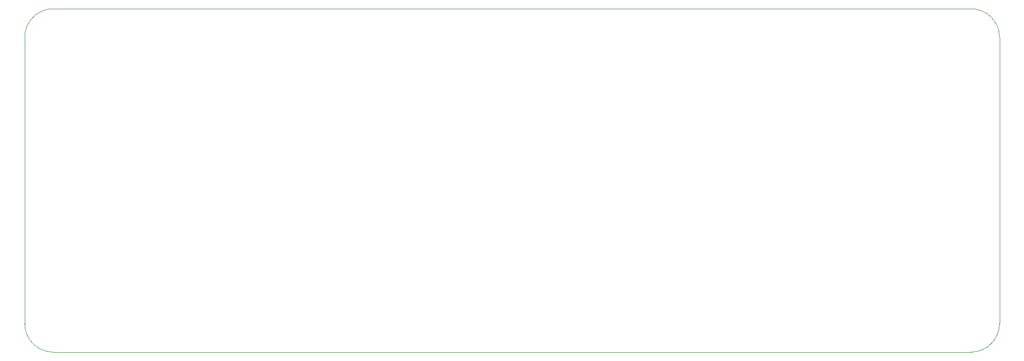
<source format=gm1>
G04*
G04 #@! TF.GenerationSoftware,Altium Limited,Altium Designer,23.4.1 (23)*
G04*
G04 Layer_Color=16711935*
%FSLAX44Y44*%
%MOMM*%
G71*
G04*
G04 #@! TF.SameCoordinates,58649B99-4679-472A-8ADD-EDA87348F3DE*
G04*
G04*
G04 #@! TF.FilePolarity,Positive*
G04*
G01*
G75*
%ADD11C,0.1000*%
D11*
X0Y50000D02*
G03*
X50000Y-0I50000J0D01*
G01*
X1650000Y-0D02*
G03*
X1700000Y50000I0J50000D01*
G01*
Y550000D02*
G03*
X1650000Y600000I-50000J0D01*
G01*
X50000D02*
G03*
X0Y550000I0J-50000D01*
G01*
X50000Y-0D02*
X1650000D01*
X1700000Y50000D02*
Y550000D01*
X50000Y600000D02*
X1650000D01*
X0Y50000D02*
Y550000D01*
M02*

</source>
